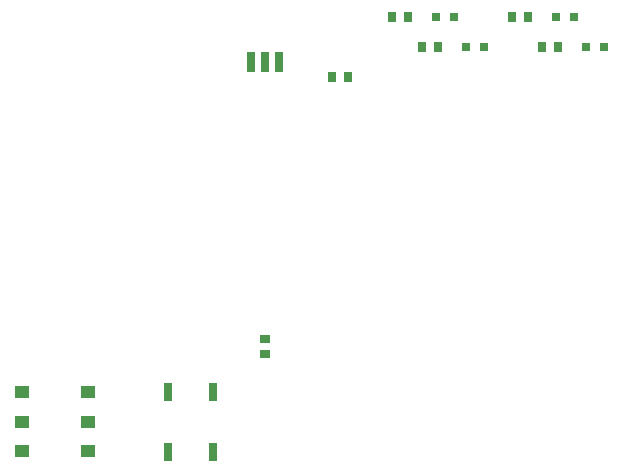
<source format=gbr>
G04 EAGLE Gerber RS-274X export*
G75*
%MOMM*%
%FSLAX34Y34*%
%LPD*%
%INSolderpaste Top*%
%IPPOS*%
%AMOC8*
5,1,8,0,0,1.08239X$1,22.5*%
G01*
%ADD10R,0.700000X1.700000*%
%ADD11R,0.800000X0.800000*%
%ADD12R,0.700000X0.900000*%
%ADD13R,1.150000X1.000000*%
%ADD14R,0.762000X1.524000*%
%ADD15R,0.900000X0.700000*%


D10*
X229300Y368300D03*
X241300Y368300D03*
X253300Y368300D03*
D11*
X528200Y381000D03*
X513200Y381000D03*
D12*
X476100Y381000D03*
X489100Y381000D03*
D13*
X91750Y38500D03*
X91750Y63500D03*
X91750Y88500D03*
X35250Y38500D03*
X35250Y63500D03*
X35250Y88500D03*
D11*
X502800Y406400D03*
X487800Y406400D03*
D12*
X450700Y406400D03*
X463700Y406400D03*
D11*
X401200Y406400D03*
X386200Y406400D03*
D12*
X349100Y406400D03*
X362100Y406400D03*
D11*
X426600Y381000D03*
X411600Y381000D03*
D12*
X374500Y381000D03*
X387500Y381000D03*
D14*
X158750Y38100D03*
X158750Y88900D03*
X196850Y38100D03*
X196850Y88900D03*
D12*
X298300Y355600D03*
X311300Y355600D03*
D15*
X241300Y120500D03*
X241300Y133500D03*
M02*

</source>
